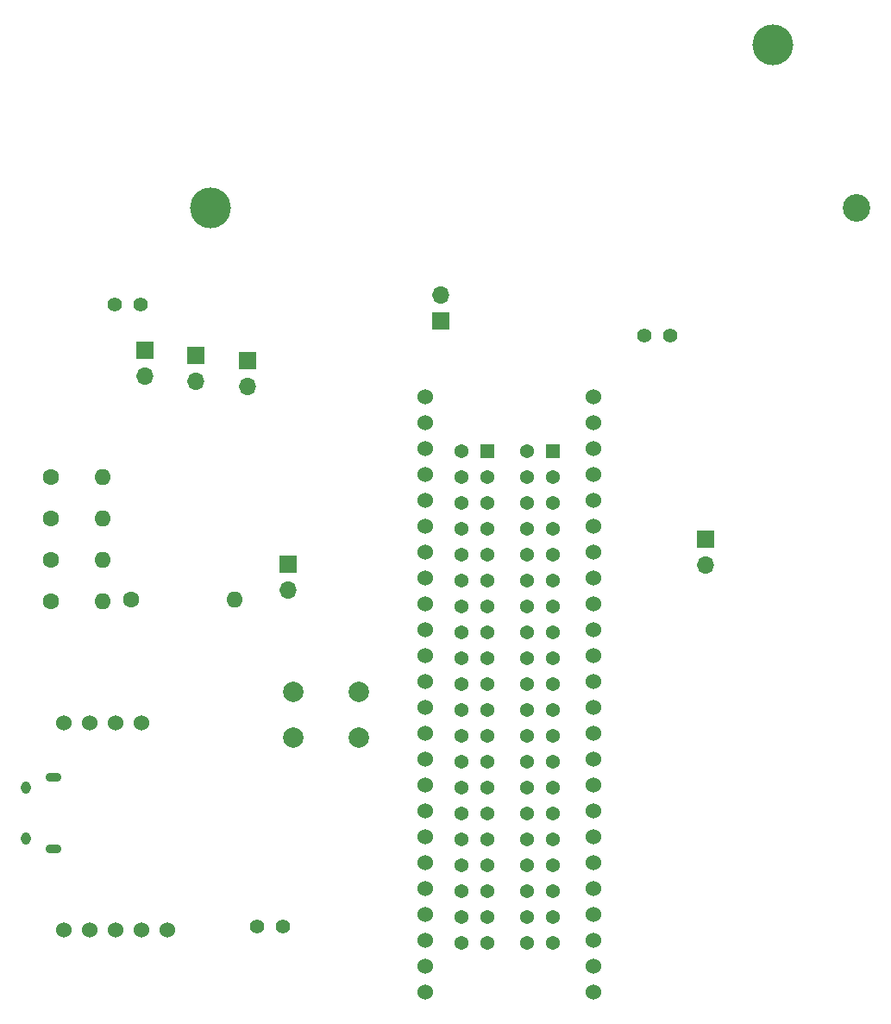
<source format=gbr>
%TF.GenerationSoftware,KiCad,Pcbnew,(7.0.0)*%
%TF.CreationDate,2023-04-14T09:45:01+02:00*%
%TF.ProjectId,overall scematic,6f766572-616c-46c2-9073-63656d617469,rev?*%
%TF.SameCoordinates,Original*%
%TF.FileFunction,Soldermask,Bot*%
%TF.FilePolarity,Negative*%
%FSLAX46Y46*%
G04 Gerber Fmt 4.6, Leading zero omitted, Abs format (unit mm)*
G04 Created by KiCad (PCBNEW (7.0.0)) date 2023-04-14 09:45:01*
%MOMM*%
%LPD*%
G01*
G04 APERTURE LIST*
%ADD10R,1.700000X1.700000*%
%ADD11O,1.700000X1.700000*%
%ADD12C,4.000000*%
%ADD13C,2.700000*%
%ADD14R,1.370000X1.370000*%
%ADD15C,1.370000*%
%ADD16C,1.524000*%
%ADD17C,2.000000*%
%ADD18O,0.950000X1.250000*%
%ADD19O,1.550000X0.890000*%
%ADD20O,1.600000X1.600000*%
%ADD21C,1.600000*%
%ADD22C,1.400000*%
G04 APERTURE END LIST*
D10*
%TO.C,J2*%
X151999999Y-82539999D03*
D11*
X151999999Y-79999999D03*
%TD*%
D12*
%TO.C,BT1*%
X129400000Y-71475000D03*
X184600000Y-55475000D03*
D13*
X192820000Y-71475000D03*
%TD*%
D14*
%TO.C,J13*%
X163039999Y-95379999D03*
D15*
X160500000Y-95380000D03*
X163040000Y-97920000D03*
X160500000Y-97920000D03*
X163040000Y-100460000D03*
X160500000Y-100460000D03*
X163040000Y-103000000D03*
X160500000Y-103000000D03*
X163040000Y-105540000D03*
X160500000Y-105540000D03*
X163040000Y-108080000D03*
X160500000Y-108080000D03*
X163040000Y-110620000D03*
X160500000Y-110620000D03*
X163040000Y-113160000D03*
X160500000Y-113160000D03*
X163040000Y-115700000D03*
X160500000Y-115700000D03*
X163040000Y-118240000D03*
X160500000Y-118240000D03*
X163040000Y-120780000D03*
X160500000Y-120780000D03*
X163040000Y-123320000D03*
X160500000Y-123320000D03*
X163040000Y-125860000D03*
X160500000Y-125860000D03*
X163040000Y-128400000D03*
X160500000Y-128400000D03*
X163040000Y-130940000D03*
X160500000Y-130940000D03*
X163040000Y-133480000D03*
X160500000Y-133480000D03*
X163040000Y-136020000D03*
X160500000Y-136020000D03*
X163040000Y-138560000D03*
X160500000Y-138560000D03*
X163040000Y-141100000D03*
X160500000Y-141100000D03*
X163040000Y-143640000D03*
X160500000Y-143640000D03*
%TD*%
D14*
%TO.C,J12*%
X156539999Y-95379999D03*
D15*
X154000000Y-95380000D03*
X156540000Y-97920000D03*
X154000000Y-97920000D03*
X156540000Y-100460000D03*
X154000000Y-100460000D03*
X156540000Y-103000000D03*
X154000000Y-103000000D03*
X156540000Y-105540000D03*
X154000000Y-105540000D03*
X156540000Y-108080000D03*
X154000000Y-108080000D03*
X156540000Y-110620000D03*
X154000000Y-110620000D03*
X156540000Y-113160000D03*
X154000000Y-113160000D03*
X156540000Y-115700000D03*
X154000000Y-115700000D03*
X156540000Y-118240000D03*
X154000000Y-118240000D03*
X156540000Y-120780000D03*
X154000000Y-120780000D03*
X156540000Y-123320000D03*
X154000000Y-123320000D03*
X156540000Y-125860000D03*
X154000000Y-125860000D03*
X156540000Y-128400000D03*
X154000000Y-128400000D03*
X156540000Y-130940000D03*
X154000000Y-130940000D03*
X156540000Y-133480000D03*
X154000000Y-133480000D03*
X156540000Y-136020000D03*
X154000000Y-136020000D03*
X156540000Y-138560000D03*
X154000000Y-138560000D03*
X156540000Y-141100000D03*
X154000000Y-141100000D03*
X156540000Y-143640000D03*
X154000000Y-143640000D03*
%TD*%
D16*
%TO.C,U3*%
X125160000Y-142320000D03*
X122620000Y-142320000D03*
X120080000Y-142320000D03*
X117540000Y-142320000D03*
X115000000Y-142320000D03*
X122620000Y-122000000D03*
X120080000Y-122000000D03*
X117540000Y-122000000D03*
X115000000Y-122000000D03*
%TD*%
%TO.C,J9*%
X150490000Y-90000000D03*
X150490000Y-92540000D03*
X150490000Y-95080000D03*
X150490000Y-97620000D03*
X150490000Y-100160000D03*
X150490000Y-102700000D03*
X150490000Y-105240000D03*
X150490000Y-107780000D03*
X150490000Y-110320000D03*
X150490000Y-112860000D03*
X150490000Y-115400000D03*
X150490000Y-117940000D03*
X150490000Y-120480000D03*
X150490000Y-123020000D03*
X150490000Y-125560000D03*
X150490000Y-128100000D03*
X150490000Y-130640000D03*
X150490000Y-133180000D03*
X150490000Y-135720000D03*
X150490000Y-138260000D03*
X150490000Y-140800000D03*
X150490000Y-143340000D03*
X150490000Y-145880000D03*
X150490000Y-148420000D03*
X167000000Y-148420000D03*
X167000000Y-145880000D03*
X167000000Y-143340000D03*
X167000000Y-140800000D03*
X167000000Y-138260000D03*
X167000000Y-135720000D03*
X167000000Y-133180000D03*
X167000000Y-130640000D03*
X167000000Y-128100000D03*
X167000000Y-125560000D03*
X167000000Y-123020000D03*
X167000000Y-120480000D03*
X167000000Y-117940000D03*
X167000000Y-115400000D03*
X167000000Y-112860000D03*
X167000000Y-110320000D03*
X167000000Y-107780000D03*
X167000000Y-105240000D03*
X167000000Y-102700000D03*
X167000000Y-100160000D03*
X167000000Y-97620000D03*
X167000000Y-95080000D03*
X167000000Y-92540000D03*
X167000000Y-90000000D03*
%TD*%
D17*
%TO.C,SW1*%
X144000000Y-119000000D03*
X137500000Y-119000000D03*
X144000000Y-123500000D03*
X137500000Y-123500000D03*
%TD*%
D10*
%TO.C,J19*%
X177999999Y-103999999D03*
D11*
X177999999Y-106539999D03*
%TD*%
D10*
%TO.C,J4*%
X132999999Y-86459999D03*
D11*
X132999999Y-88999999D03*
%TD*%
%TO.C,J5*%
X122999999Y-87999999D03*
D10*
X122999999Y-85459999D03*
%TD*%
%TO.C,J6*%
X136999999Y-106459999D03*
D11*
X136999999Y-108999999D03*
%TD*%
%TO.C,J7*%
X127999999Y-88539999D03*
D10*
X127999999Y-85999999D03*
%TD*%
D18*
%TO.C,J1*%
X111299999Y-128399999D03*
D19*
X113999999Y-127399999D03*
D18*
X111299999Y-133399999D03*
D19*
X113999999Y-134399999D03*
%TD*%
D20*
%TO.C,R1*%
X131791999Y-109904999D03*
D21*
X121632000Y-109905000D03*
%TD*%
D20*
%TO.C,R5*%
X118791999Y-106004999D03*
D21*
X113712000Y-106005000D03*
%TD*%
D20*
%TO.C,R6*%
X118791999Y-110054999D03*
D21*
X113712000Y-110055000D03*
%TD*%
D20*
%TO.C,R3*%
X118791999Y-97904999D03*
D21*
X113712000Y-97905000D03*
%TD*%
D20*
%TO.C,R4*%
X118791999Y-101954999D03*
D21*
X113712000Y-101955000D03*
%TD*%
D22*
%TO.C,TP1*%
X136540000Y-142000000D03*
X134000000Y-142000000D03*
%TD*%
%TO.C,TP2*%
X174540000Y-84000000D03*
X172000000Y-84000000D03*
%TD*%
%TO.C,TP3*%
X122540000Y-81000000D03*
X120000000Y-81000000D03*
%TD*%
M02*

</source>
